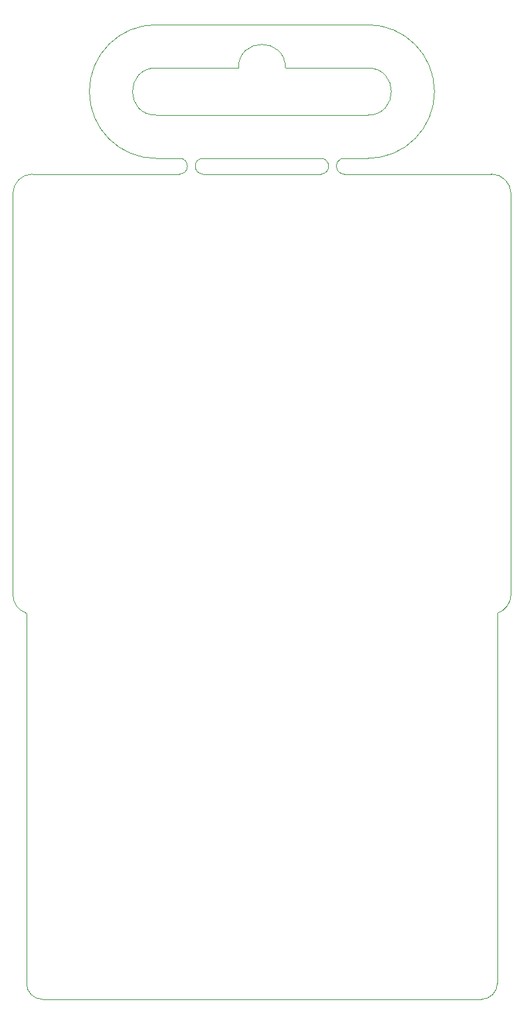
<source format=gm1>
G04 #@! TF.GenerationSoftware,KiCad,Pcbnew,9.0.0*
G04 #@! TF.CreationDate,2025-07-26T10:23:47-04:00*
G04 #@! TF.ProjectId,POVideo V2,504f5669-6465-46f2-9056-322e6b696361,rev?*
G04 #@! TF.SameCoordinates,Original*
G04 #@! TF.FileFunction,Profile,NP*
%FSLAX46Y46*%
G04 Gerber Fmt 4.6, Leading zero omitted, Abs format (unit mm)*
G04 Created by KiCad (PCBNEW 9.0.0) date 2025-07-26 10:23:47*
%MOMM*%
%LPD*%
G01*
G04 APERTURE LIST*
G04 #@! TA.AperFunction,Profile*
%ADD10C,0.100000*%
G04 #@! TD*
G04 APERTURE END LIST*
D10*
X188500000Y-41500000D02*
G75*
G02*
X188500000Y-47500000I0J-3000000D01*
G01*
X161500000Y-47500000D02*
G75*
G02*
X161500000Y-41500000I0J3000000D01*
G01*
X205000000Y-158000000D02*
G75*
G02*
X203000000Y-160000000I-2000000J0D01*
G01*
X143250000Y-57500000D02*
G75*
G02*
X145750000Y-55000000I2500000J0D01*
G01*
X147000000Y-160000000D02*
G75*
G02*
X145000000Y-158000000I0J2000000D01*
G01*
X164500000Y-55000000D02*
X145750000Y-55000000D01*
X185500000Y-55000000D02*
X204250000Y-55000000D01*
X161500000Y-53000000D02*
G75*
G02*
X161500000Y-36000000I0J8500000D01*
G01*
X182500000Y-55000000D02*
X167500000Y-55000000D01*
X188500000Y-36000000D02*
X161500000Y-36000000D01*
X182500000Y-53000000D02*
G75*
G02*
X182500000Y-55000000I0J-1000000D01*
G01*
X188500000Y-36000000D02*
G75*
G02*
X188500000Y-53000000I0J-8500000D01*
G01*
X164500000Y-53000000D02*
G75*
G02*
X164500000Y-55000000I0J-1000000D01*
G01*
X147000000Y-160000000D02*
X203000000Y-160000000D01*
X182500000Y-53000000D02*
X167500000Y-53000000D01*
X205000000Y-111000000D02*
X205029751Y-110875287D01*
X164500000Y-53000000D02*
X161500000Y-53000000D01*
X206750000Y-57500000D02*
X206750000Y-108500000D01*
X161500000Y-47500000D02*
X188500000Y-47500000D01*
X185500000Y-53000000D02*
X188500000Y-53000000D01*
X145000000Y-111000000D02*
X144959431Y-110871707D01*
X172000000Y-41500000D02*
X161500000Y-41500000D01*
X167500000Y-55000000D02*
G75*
G02*
X167500000Y-53000000I0J1000000D01*
G01*
X145000000Y-112500000D02*
X145000000Y-111000000D01*
X143250000Y-57500000D02*
X143250000Y-108500000D01*
X204250000Y-55000000D02*
G75*
G02*
X206750000Y-57500000I0J-2500000D01*
G01*
X145000000Y-158000000D02*
X145000000Y-112500000D01*
X185500000Y-55000000D02*
G75*
G02*
X185500000Y-53000000I0J1000000D01*
G01*
X178000000Y-41500000D02*
X188500000Y-41500000D01*
X205000000Y-112500000D02*
X205000000Y-111000000D01*
X144959431Y-110871708D02*
G75*
G02*
X143250000Y-108500000I790569J2371708D01*
G01*
X172000000Y-41500000D02*
G75*
G02*
X178000000Y-41500000I3000000J0D01*
G01*
X205000000Y-158000000D02*
X205000000Y-112500000D01*
X206750000Y-108500000D02*
G75*
G02*
X205029750Y-110875287I-2500000J0D01*
G01*
M02*

</source>
